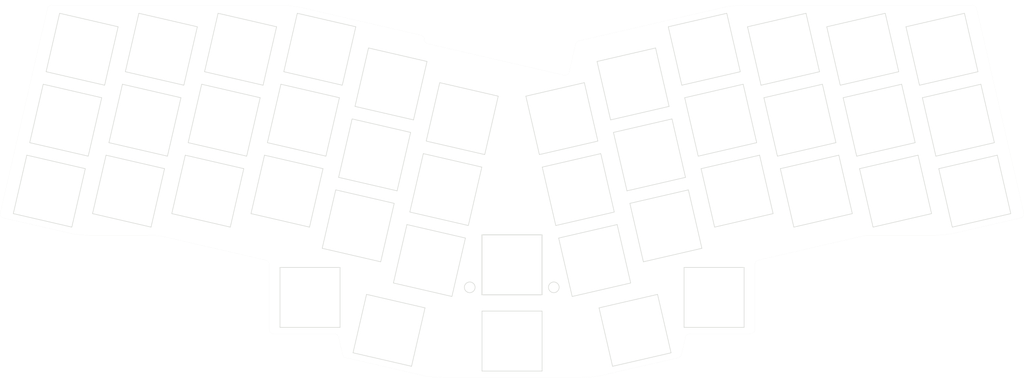
<source format=kicad_pcb>
(kicad_pcb (version 20221018) (generator pcbnew)
  (layers (0 "F.Cu" signal) (31 "B.Cu" signal) (34 "B.Paste" user) (35 "F.Paste" user) (36 "B.SilkS" user "B.Silkscreen") (37 "F.SilkS" user "F.Silkscreen") (38 "B.Mask" user) (39 "F.Mask" user) (44 "Edge.Cuts" user))
  (net 0 "")
  (footprint "kbd:SW_Hole" (layer "F.Cu") (at 96.885963 89.509509 -13)
    (fp_text reference "SW16" hide)
    (fp_text value "SW_PUSH" hide)
    (fp_line (start -7 -7) (end -7 7) (stroke (width 0.12)) (layer "Edge.Cuts"))
    (fp_line (start -7 7) (end 7 7) (stroke (width 0.12)) (layer "Edge.Cuts"))
    (fp_line (start 7 -7) (end -7 -7) (stroke (width 0.12)) (layer "Edge.Cuts"))
    (fp_line (start 7 7) (end 7 -7) (stroke (width 0.12)) (layer "Edge.Cuts"))
  )
  (footprint "kbd:SW_Hole" (layer "F.Cu") (at 78.412484 89.509509 -13)
    (fp_text reference "SW15" hide)
    (fp_text value "SW_PUSH" hide)
    (fp_line (start -7 -7) (end -7 7) (stroke (width 0.12)) (layer "Edge.Cuts"))
    (fp_line (start -7 7) (end 7 7) (stroke (width 0.12)) (layer "Edge.Cuts"))
    (fp_line (start 7 -7) (end -7 -7) (stroke (width 0.12)) (layer "Edge.Cuts"))
    (fp_line (start 7 7) (end 7 -7) (stroke (width 0.12)) (layer "Edge.Cuts"))
  )
  (footprint "kbd:SW_Hole" (layer "F.Cu") (at 59.939012 89.509508 -13)
    (fp_text reference "SW14" hide)
    (fp_text value "SW_PUSH" hide)
    (fp_line (start -7 -7) (end -7 7) (stroke (width 0.12)) (layer "Edge.Cuts"))
    (fp_line (start -7 7) (end 7 7) (stroke (width 0.12)) (layer "Edge.Cuts"))
    (fp_line (start 7 -7) (end -7 -7) (stroke (width 0.12)) (layer "Edge.Cuts"))
    (fp_line (start 7 7) (end 7 -7) (stroke (width 0.12)) (layer "Edge.Cuts"))
  )
  (footprint "kbd:SW_Hole" (layer "F.Cu") (at 41.465539 89.509505 -13)
    (fp_text reference "SW13" hide)
    (fp_text value "SW_PUSH" hide)
    (fp_line (start -7 -7) (end -7 7) (stroke (width 0.12)) (layer "Edge.Cuts"))
    (fp_line (start -7 7) (end 7 7) (stroke (width 0.12)) (layer "Edge.Cuts"))
    (fp_line (start 7 -7) (end -7 -7) (stroke (width 0.12)) (layer "Edge.Cuts"))
    (fp_line (start 7 7) (end 7 -7) (stroke (width 0.12)) (layer "Edge.Cuts"))
  )
  (footprint "kbd:SW_Hole" (layer "F.Cu") (at 253.426736 72.945216 13)
    (fp_text reference "SW30" hide)
    (fp_text value "SW_PUSH" hide)
    (fp_line (start -7 -7) (end -7 7) (stroke (width 0.12)) (layer "Edge.Cuts"))
    (fp_line (start -7 7) (end 7 7) (stroke (width 0.12)) (layer "Edge.Cuts"))
    (fp_line (start 7 -7) (end -7 -7) (stroke (width 0.12)) (layer "Edge.Cuts"))
    (fp_line (start 7 7) (end 7 -7) (stroke (width 0.12)) (layer "Edge.Cuts"))
  )
  (footprint "kbd:SW_Hole" (layer "F.Cu") (at 234.953255 72.945217 13)
    (fp_text reference "SW29" hide)
    (fp_text value "SW_PUSH" hide)
    (fp_line (start -7 -7) (end -7 7) (stroke (width 0.12)) (layer "Edge.Cuts"))
    (fp_line (start -7 7) (end 7 7) (stroke (width 0.12)) (layer "Edge.Cuts"))
    (fp_line (start 7 -7) (end -7 -7) (stroke (width 0.12)) (layer "Edge.Cuts"))
    (fp_line (start 7 7) (end 7 -7) (stroke (width 0.12)) (layer "Edge.Cuts"))
  )
  (footprint "kbd:SW_Hole" (layer "F.Cu") (at 216.479787 72.94521 13)
    (fp_text reference "SW28" hide)
    (fp_text value "SW_PUSH" hide)
    (fp_line (start -7 -7) (end -7 7) (stroke (width 0.12)) (layer "Edge.Cuts"))
    (fp_line (start -7 7) (end 7 7) (stroke (width 0.12)) (layer "Edge.Cuts"))
    (fp_line (start 7 -7) (end -7 -7) (stroke (width 0.12)) (layer "Edge.Cuts"))
    (fp_line (start 7 7) (end 7 -7) (stroke (width 0.12)) (layer "Edge.Cuts"))
  )
  (footprint "kbd:SW_Hole" (layer "F.Cu") (at 181.402463 81.043452 13)
    (fp_text reference "SW26" hide)
    (fp_text value "SW_PUSH" hide)
    (fp_line (start -7 -7) (end -7 7) (stroke (width 0.12)) (layer "Edge.Cuts"))
    (fp_line (start -7 7) (end 7 7) (stroke (width 0.12)) (layer "Edge.Cuts"))
    (fp_line (start 7 -7) (end -7 -7) (stroke (width 0.12)) (layer "Edge.Cuts"))
    (fp_line (start 7 7) (end 7 -7) (stroke (width 0.12)) (layer "Edge.Cuts"))
  )
  (footprint "kbd:SW_Hole" (layer "F.Cu") (at 164.798613 89.141697 13)
    (fp_text reference "SW25" hide)
    (fp_text value "SW_PUSH" hide)
    (fp_line (start -7 -7) (end -7 7) (stroke (width 0.12)) (layer "Edge.Cuts"))
    (fp_line (start -7 7) (end 7 7) (stroke (width 0.12)) (layer "Edge.Cuts"))
    (fp_line (start 7 -7) (end -7 -7) (stroke (width 0.12)) (layer "Edge.Cuts"))
    (fp_line (start 7 7) (end 7 -7) (stroke (width 0.12)) (layer "Edge.Cuts"))
  )
  (footprint "kbd:SW_Hole" (layer "F.Cu") (at 133.917826 89.141687 -13)
    (fp_text reference "SW12" hide)
    (fp_text value "SW_PUSH" hide)
    (fp_line (start -7 -7) (end -7 7) (stroke (width 0.12)) (layer "Edge.Cuts"))
    (fp_line (start -7 7) (end 7 7) (stroke (width 0.12)) (layer "Edge.Cuts"))
    (fp_line (start 7 -7) (end -7 -7) (stroke (width 0.12)) (layer "Edge.Cuts"))
    (fp_line (start 7 7) (end 7 -7) (stroke (width 0.12)) (layer "Edge.Cuts"))
  )
  (footprint "kbd:SW_Hole" (layer "F.Cu") (at 160.974447 72.577404 13)
    (fp_text reference "SW19" hide)
    (fp_text value "SW_PUSH" hide)
    (fp_line (start -7 -7) (end -7 7) (stroke (width 0.12)) (layer "Edge.Cuts"))
    (fp_line (start -7 7) (end 7 7) (stroke (width 0.12)) (layer "Edge.Cuts"))
    (fp_line (start 7 -7) (end -7 -7) (stroke (width 0.12)) (layer "Edge.Cuts"))
    (fp_line (start 7 7) (end 7 -7) (stroke (width 0.12)) (layer "Edge.Cuts"))
  )
  (footprint "kbd:SW_Hole" (layer "F.Cu") (at 198.006306 72.945218 13)
    (fp_text reference "SW27" hide)
    (fp_text value "SW_PUSH" hide)
    (fp_line (start -7 -7) (end -7 7) (stroke (width 0.12)) (layer "Edge.Cuts"))
    (fp_line (start -7 7) (end 7 7) (stroke (width 0.12)) (layer "Edge.Cuts"))
    (fp_line (start 7 -7) (end -7 -7) (stroke (width 0.12)) (layer "Edge.Cuts"))
    (fp_line (start 7 7) (end 7 -7) (stroke (width 0.12)) (layer "Edge.Cuts"))
  )
  (footprint "kbd:SW_Hole" (layer "F.Cu") (at 117.313974 81.043452 -13)
    (fp_text reference "SW11" hide)
    (fp_text value "SW_PUSH" hide)
    (fp_line (start -7 -7) (end -7 7) (stroke (width 0.12)) (layer "Edge.Cuts"))
    (fp_line (start -7 7) (end 7 7) (stroke (width 0.12)) (layer "Edge.Cuts"))
    (fp_line (start 7 -7) (end -7 -7) (stroke (width 0.12)) (layer "Edge.Cuts"))
    (fp_line (start 7 7) (end 7 -7) (stroke (width 0.12)) (layer "Edge.Cuts"))
  )
  (footprint "kbd:SW_Hole" (layer "F.Cu") (at 100.710128 72.945215 -13)
    (fp_text reference "SW10" hide)
    (fp_text value "SW_PUSH" hide)
    (fp_line (start -7 -7) (end -7 7) (stroke (width 0.12)) (layer "Edge.Cuts"))
    (fp_line (start -7 7) (end 7 7) (stroke (width 0.12)) (layer "Edge.Cuts"))
    (fp_line (start 7 -7) (end -7 -7) (stroke (width 0.12)) (layer "Edge.Cuts"))
    (fp_line (start 7 7) (end 7 -7) (stroke (width 0.12)) (layer "Edge.Cuts"))
  )
  (footprint "kbd:SW_Hole" (layer "F.Cu") (at 82.236652 72.945215 -13)
    (fp_text reference "SW9" hide)
    (fp_text value "SW_PUSH" hide)
    (fp_line (start -7 -7) (end -7 7) (stroke (width 0.12)) (layer "Edge.Cuts"))
    (fp_line (start -7 7) (end 7 7) (stroke (width 0.12)) (layer "Edge.Cuts"))
    (fp_line (start 7 -7) (end -7 -7) (stroke (width 0.12)) (layer "Edge.Cuts"))
    (fp_line (start 7 7) (end 7 -7) (stroke (width 0.12)) (layer "Edge.Cuts"))
  )
  (footprint "kbd:SW_Hole" (layer "F.Cu") (at 63.763182 72.945215 -13)
    (fp_text reference "SW8" hide)
    (fp_text value "SW_PUSH" hide)
    (fp_line (start -7 -7) (end -7 7) (stroke (width 0.12)) (layer "Edge.Cuts"))
    (fp_line (start -7 7) (end 7 7) (stroke (width 0.12)) (layer "Edge.Cuts"))
    (fp_line (start 7 -7) (end -7 -7) (stroke (width 0.12)) (layer "Edge.Cuts"))
    (fp_line (start 7 7) (end 7 -7) (stroke (width 0.12)) (layer "Edge.Cuts"))
  )
  (footprint "kbd:SW_Hole" (layer "F.Cu") (at 45.289703 72.945211 -13)
    (fp_text reference "SW7" hide)
    (fp_text value "SW_PUSH" hide)
    (fp_line (start -7 -7) (end -7 7) (stroke (width 0.12)) (layer "Edge.Cuts"))
    (fp_line (start -7 7) (end 7 7) (stroke (width 0.12)) (layer "Edge.Cuts"))
    (fp_line (start 7 -7) (end -7 -7) (stroke (width 0.12)) (layer "Edge.Cuts"))
    (fp_line (start 7 7) (end 7 -7) (stroke (width 0.12)) (layer "Edge.Cuts"))
  )
  (footprint "kbd:SW_Hole" (layer "F.Cu") (at 249.602562 56.380923 13)
    (fp_text reference "SW24" hide)
    (fp_text value "SW_PUSH" hide)
    (fp_line (start -7 -7) (end -7 7) (stroke (width 0.12)) (layer "Edge.Cuts"))
    (fp_line (start -7 7) (end 7 7) (stroke (width 0.12)) (layer "Edge.Cuts"))
    (fp_line (start 7 -7) (end -7 -7) (stroke (width 0.12)) (layer "Edge.Cuts"))
    (fp_line (start 7 7) (end 7 -7) (stroke (width 0.12)) (layer "Edge.Cuts"))
  )
  (footprint "kbd:SW_Hole" (layer "F.Cu") (at 120.676806 122.005403 -13)
    (fp_text reference "SW38" hide)
    (fp_text value "SW_PUSH" hide)
    (fp_line (start -7 -7) (end -7 7) (stroke (width 0.12)) (layer "Edge.Cuts"))
    (fp_line (start -7 7) (end 7 7) (stroke (width 0.12)) (layer "Edge.Cuts"))
    (fp_line (start 7 -7) (end -7 -7) (stroke (width 0.12)) (layer "Edge.Cuts"))
    (fp_line (start 7 7) (end 7 -7) (stroke (width 0.12)) (layer "Edge.Cuts"))
  )
  (footprint "kbd:SW_Hole" (layer "F.Cu") (at 231.12909 56.380927 13)
    (fp_text reference "SW23" hide)
    (fp_text value "SW_PUSH" hide)
    (fp_line (start -7 -7) (end -7 7) (stroke (width 0.12)) (layer "Edge.Cuts"))
    (fp_line (start -7 7) (end 7 7) (stroke (width 0.12)) (layer "Edge.Cuts"))
    (fp_line (start 7 -7) (end -7 -7) (stroke (width 0.12)) (layer "Edge.Cuts"))
    (fp_line (start 7 7) (end 7 -7) (stroke (width 0.12)) (layer "Edge.Cuts"))
  )
  (footprint "kbd:SW_Hole" (layer "F.Cu") (at 49.113879 56.380919 -13)
    (fp_text reference "SW1" hide)
    (fp_text value "SW_PUSH" hide)
    (fp_line (start -7 -7) (end -7 7) (stroke (width 0.12)) (layer "Edge.Cuts"))
    (fp_line (start -7 7) (end 7 7) (stroke (width 0.12)) (layer "Edge.Cuts"))
    (fp_line (start 7 -7) (end -7 -7) (stroke (width 0.12)) (layer "Edge.Cuts"))
    (fp_line (start 7 7) (end 7 -7) (stroke (width 0.12)) (layer "Edge.Cuts"))
  )
  (footprint "kbd:SW_Hole" (layer "F.Cu") (at 121.138147 64.479163 -13)
    (fp_text reference "SW5" hide)
    (fp_text value "SW_PUSH" hide)
    (fp_line (start -7 -7) (end -7 7) (stroke (width 0.12)) (layer "Edge.Cuts"))
    (fp_line (start -7 7) (end 7 7) (stroke (width 0.12)) (layer "Edge.Cuts"))
    (fp_line (start 7 -7) (end -7 -7) (stroke (width 0.12)) (layer "Edge.Cuts"))
    (fp_line (start 7 7) (end 7 -7) (stroke (width 0.12)) (layer "Edge.Cuts"))
  )
  (footprint "kbd:SW_Hole" (layer "F.Cu") (at 104.534293 56.380928 -13)
    (fp_text reference "SW4" hide)
    (fp_text value "SW_PUSH" hide)
    (fp_line (start -7 -7) (end -7 7) (stroke (width 0.12)) (layer "Edge.Cuts"))
    (fp_line (start -7 7) (end 7 7) (stroke (width 0.12)) (layer "Edge.Cuts"))
    (fp_line (start 7 -7) (end -7 -7) (stroke (width 0.12)) (layer "Edge.Cuts"))
    (fp_line (start 7 7) (end 7 -7) (stroke (width 0.12)) (layer "Edge.Cuts"))
  )
  (footprint "kbd:SW_Hole" (layer "F.Cu") (at 177.578294 64.479166 13)
    (fp_text reference "SW20" hide)
    (fp_text value "SW_PUSH" hide)
    (fp_line (start -7 -7) (end -7 7) (stroke (width 0.12)) (layer "Edge.Cuts"))
    (fp_line (start -7 7) (end 7 7) (stroke (width 0.12)) (layer "Edge.Cuts"))
    (fp_line (start 7 -7) (end -7 -7) (stroke (width 0.12)) (layer "Edge.Cuts"))
    (fp_line (start 7 7) (end 7 -7) (stroke (width 0.12)) (layer "Edge.Cuts"))
  )
  (footprint "kbd:SW_Hole" (layer "F.Cu") (at 168.622783 105.70598 13)
    (fp_text reference "SW31" hide)
    (fp_text value "SW_PUSH" hide)
    (fp_line (start -7 -7) (end -7 7) (stroke (width 0.12)) (layer "Edge.Cuts"))
    (fp_line (start -7 7) (end 7 7) (stroke (width 0.12)) (layer "Edge.Cuts"))
    (fp_line (start 7 -7) (end -7 -7) (stroke (width 0.12)) (layer "Edge.Cuts"))
    (fp_line (start 7 7) (end 7 -7) (stroke (width 0.12)) (layer "Edge.Cuts"))
  )
  (footprint "kbd:SW_Hole" (layer "F.Cu") (at 67.587344 56.380932 -13)
    (fp_text reference "SW2" hide)
    (fp_text value "SW_PUSH" hide)
    (fp_line (start -7 -7) (end -7 7) (stroke (width 0.12)) (layer "Edge.Cuts"))
    (fp_line (start -7 7) (end 7 7) (stroke (width 0.12)) (layer "Edge.Cuts"))
    (fp_line (start 7 -7) (end -7 -7) (stroke (width 0.12)) (layer "Edge.Cuts"))
    (fp_line (start 7 7) (end 7 -7) (stroke (width 0.12)) (layer "Edge.Cuts"))
  )
  (footprint "kbd:SW_Hole" (layer "F.Cu") (at 212.655623 56.380927 13)
    (fp_text reference "SW22" hide)
    (fp_text value "SW_PUSH" hide)
    (fp_line (start -7 -7) (end -7 7) (stroke (width 0.12)) (layer "Edge.Cuts"))
    (fp_line (start -7 7) (end 7 7) (stroke (width 0.12)) (layer "Edge.Cuts"))
    (fp_line (start 7 -7) (end -7 -7) (stroke (width 0.12)) (layer "Edge.Cuts"))
    (fp_line (start 7 7) (end 7 -7) (stroke (width 0.12)) (layer "Edge.Cuts"))
  )
  (footprint "kbd:SW_Hole" (layer "F.Cu") (at 194.182144 56.380927 13)
    (fp_text reference "SW21" hide)
    (fp_text value "SW_PUSH" hide)
    (fp_line (start -7 -7) (end -7 7) (stroke (width 0.12)) (layer "Edge.Cuts"))
    (fp_line (start -7 7) (end 7 7) (stroke (width 0.12)) (layer "Edge.Cuts"))
    (fp_line (start 7 -7) (end -7 -7) (stroke (width 0.12)) (layer "Edge.Cuts"))
    (fp_line (start 7 7) (end 7 -7) (stroke (width 0.12)) (layer "Edge.Cuts"))
  )
  (footprint "kbd:SW_Hole" (layer "F.Cu") (at 257.2509 89.509512 13)
    (fp_text reference "SW36" hide)
    (fp_text value "SW_PUSH" hide)
    (fp_line (start -7 -7) (end -7 7) (stroke (width 0.12)) (layer "Edge.Cuts"))
    (fp_line (start -7 7) (end 7 7) (stroke (width 0.12)) (layer "Edge.Cuts"))
    (fp_line (start 7 -7) (end -7 -7) (stroke (width 0.12)) (layer "Edge.Cuts"))
    (fp_line (start 7 7) (end 7 -7) (stroke (width 0.12)) (layer "Edge.Cuts"))
  )
  (footprint "kbd:SW_Hole" (layer "F.Cu") (at 238.777427 89.509508 13)
    (fp_text reference "SW35" hide)
    (fp_text value "SW_PUSH" hide)
    (fp_line (start -7 -7) (end -7 7) (stroke (width 0.12)) (layer "Edge.Cuts"))
    (fp_line (start -7 7) (end 7 7) (stroke (width 0.12)) (layer "Edge.Cuts"))
    (fp_line (start 7 -7) (end -7 -7) (stroke (width 0.12)) (layer "Edge.Cuts"))
    (fp_line (start 7 7) (end 7 -7) (stroke (width 0.12)) (layer "Edge.Cuts"))
  )
  (footprint "kbd:SW_Hole" (layer "F.Cu") (at 220.303953 89.50951 13)
    (fp_text reference "SW34" hide)
    (fp_text value "SW_PUSH" hide)
    (fp_line (start -7 -7) (end -7 7) (stroke (width 0.12)) (layer "Edge.Cuts"))
    (fp_line (start -7 7) (end 7 7) (stroke (width 0.12)) (layer "Edge.Cuts"))
    (fp_line (start 7 -7) (end -7 -7) (stroke (width 0.12)) (layer "Edge.Cuts"))
    (fp_line (start 7 7) (end 7 -7) (stroke (width 0.12)) (layer "Edge.Cuts"))
  )
  (footprint "kbd:SW_Hole" (layer "F.Cu") (at 201.830478 89.509509 13)
    (fp_text reference "SW33" hide)
    (fp_text value "SW_PUSH" hide)
    (fp_line (start -7 -7) (end -7 7) (stroke (width 0.12)) (layer "Edge.Cuts"))
    (fp_line (start -7 7) (end 7 7) (stroke (width 0.12)) (layer "Edge.Cuts"))
    (fp_line (start 7 -7) (end -7 -7) (stroke (width 0.12)) (layer "Edge.Cuts"))
    (fp_line (start 7 7) (end 7 -7) (stroke (width 0.12)) (layer "Edge.Cuts"))
  )
  (footprint "kbd:SW_Hole" (layer "F.Cu") (at 185.226629 97.607741 13)
    (fp_text reference "SW32" hide)
    (fp_text value "SW_PUSH" hide)
    (fp_line (start -7 -7) (end -7 7) (stroke (width 0.12)) (layer "Edge.Cuts"))
    (fp_line (start -7 7) (end 7 7) (stroke (width 0.12)) (layer "Edge.Cuts"))
    (fp_line (start 7 -7) (end -7 -7) (stroke (width 0.12)) (layer "Edge.Cuts"))
    (fp_line (start 7 7) (end 7 -7) (stroke (width 0.12)) (layer "Edge.Cuts"))
  )
  (footprint "kbd:SW_Hole" (layer "F.Cu") (at 130.093657 105.705979 167)
    (fp_text reference "SW18" hide)
    (fp_text value "SW_PUSH" hide)
    (fp_line (start -7 -7) (end -7 7) (stroke (width 0.12)) (layer "Edge.Cuts"))
    (fp_line (start -7 7) (end 7 7) (stroke (width 0.12)) (layer "Edge.Cuts"))
    (fp_line (start 7 -7) (end -7 -7) (stroke (width 0.12)) (layer "Edge.Cuts"))
    (fp_line (start 7 7) (end 7 -7) (stroke (width 0.12)) (layer "Edge.Cuts"))
  )
  (footprint "kbd:SW_Hole" (layer "F.Cu") (at 113.489806 97.607746 -13)
    (fp_text reference "SW17" hide)
    (fp_text value "SW_PUSH" hide)
    (fp_line (start -7 -7) (end -7 7) (stroke (width 0.12)) (layer "Edge.Cuts"))
    (fp_line (start -7 7) (end 7 7) (stroke (width 0.12)) (layer "Edge.Cuts"))
    (fp_line (start 7 -7) (end -7 -7) (stroke (width 0.12)) (layer "Edge.Cuts"))
    (fp_line (start 7 7) (end 7 -7) (stroke (width 0.12)) (layer "Edge.Cuts"))
  )
  (footprint "kbd:SW_Hole" (layer "F.Cu") (at 86.06082 56.380927 -13)
    (fp_text reference "SW3" hide)
    (fp_text value "SW_PUSH" hide)
    (fp_line (start -7 -7) (end -7 7) (stroke (width 0.12)) (layer "Edge.Cuts"))
    (fp_line (start -7 7) (end 7 7) (stroke (width 0.12)) (layer "Edge.Cuts"))
    (fp_line (start 7 -7) (end -7 -7) (stroke (width 0.12)) (layer "Edge.Cuts"))
    (fp_line (start 7 7) (end 7 -7) (stroke (width 0.12)) (layer "Edge.Cuts"))
  )
  (footprint "kbd:SW_Hole" (layer "F.Cu") (at 137.741993 72.577399 -13)
    (fp_text reference "SW6" hide)
    (fp_text value "SW_PUSH" hide)
    (fp_line (start -7 -7) (end -7 7) (stroke (width 0.12)) (layer "Edge.Cuts"))
    (fp_line (start -7 7) (end 7 7) (stroke (width 0.12)) (layer "Edge.Cuts"))
    (fp_line (start 7 -7) (end -7 -7) (stroke (width 0.12)) (layer "Edge.Cuts"))
    (fp_line (start 7 7) (end 7 -7) (stroke (width 0.12)) (layer "Edge.Cuts"))
  )
  (footprint "kbd:SW_Hole" (layer "F.Cu") (at 102.253166 114.31496)
    (fp_text reference "SW37" hide)
    (fp_text value "SW_PUSH" hide)
    (fp_line (start -7 -7) (end -7 7) (stroke (width 0.12)) (layer "Edge.Cuts"))
    (fp_line (start -7 7) (end 7 7) (stroke (width 0.12)) (layer "Edge.Cuts"))
    (fp_line (start 7 -7) (end -7 -7) (stroke (width 0.12)) (layer "Edge.Cuts"))
    (fp_line (start 7 7) (end 7 -7) (stroke (width 0.12)) (layer "Edge.Cuts"))
  )
  (footprint "kbd:SW_Hole" (layer "F.Cu") (at 178.039636 122.005407 13)
    (fp_text reference "SW40" hide)
    (fp_text value "SW_PUSH" hide)
    (fp_line (start -7 -7) (end -7 7) (stroke (width 0.12)) (layer "Edge.Cuts"))
    (fp_line (start -7 7) (end 7 7) (stroke (width 0.12)) (layer "Edge.Cuts"))
    (fp_line (start 7 -7) (end -7 -7) (stroke (width 0.12)) (layer "Edge.Cuts"))
    (fp_line (start 7 7) (end 7 -7) (stroke (width 0.12)) (layer "Edge.Cuts"))
  )
  (footprint "kbd:SW_Hole" (layer "F.Cu") (at 196.463275 114.314959)
    (fp_text reference "SW41" hide)
    (fp_text value "SW_PUSH" hide)
    (fp_line (start -7 -7) (end -7 7) (stroke (width 0.12)) (layer "Edge.Cuts"))
    (fp_line (start -7 7) (end 7 7) (stroke (width 0.12)) (layer "Edge.Cuts"))
    (fp_line (start 7 -7) (end -7 -7) (stroke (width 0.12)) (layer "Edge.Cuts"))
    (fp_line (start 7 7) (end 7 -7) (stroke (width 0.12)) (layer "Edge.Cuts"))
  )
  (footprint "kbd:SW_Hole" (layer "F.Cu") (at 149.358222 124.512687)
    (fp_text reference "SW39" hide)
    (fp_text value "SW_2U_PUSH" hide)
    (fp_line (start -7 -7) (end -7 7) (stroke (width 0.12)) (layer "Edge.Cuts"))
    (fp_line (start -7 7) (end 7 7) (stroke (width 0.12)) (layer "Edge.Cuts"))
    (fp_line (start 7 -7) (end -7 -7) (stroke (width 0.12)) (layer "Edge.Cuts"))
    (fp_line (start 7 7) (end 7 -7) (stroke (width 0.12)) (layer "Edge.Cuts"))
  )
  (footprint "" (layer "F.Cu") (at 211.762222 92.49)
    (fp_text reference "" (at 0 0) (layer "F.SilkS") (effects (font (size 1.27 1.27))))
    (fp_text value "" (at 0 0) (layer "F.SilkS") (effects (font (size 1.27 1.27))))
    (pad "" np_thru_hole circle (at 0 0) (size 2.3 2.3) (drill 2.3) (layers "*.Cu" "*.Mask"))
  )
  (footprint "" (layer "F.Cu") (at 177.352222 103.7)
    (fp_text reference "" (at 0 0) (layer "F.SilkS") (effects (font (size 1.27 1.27))))
    (fp_text value "" (at 0 0) (layer "F.SilkS") (effects (font (size 1.27 1.27))))
    (pad "" np_thru_hole circle (at 0 0) (size 2.3 2.3) (drill 2.3) (layers "*.Cu" "*.Mask"))
  )
  (footprint "holykeebs:M2_HOLE_NPH" (layer "F.Cu") (at 248.542222 91.85)
    (fp_text reference "REF**" hide)
    (fp_text value "M2_HOLE_NPH" hide)
    (pad "" np_thru_hole circle (at 0 0) (size 2.3 2.3) (drill 2.3) (layers "F&B.Cu" "*.Mask"))
  )
  (footprint "holykeebs:M2_HOLE_NPH" (layer "F.Cu") (at 240.972222 59)
    (fp_text reference "REF**" hide)
    (fp_text value "M2_HOLE_NPH" hide)
    (pad "" np_thru_hole circle (at 0 0) (size 2.3 2.3) (drill 2.3) (layers "F&B.Cu" "*.Mask"))
  )
  (footprint "" (layer "F.Cu") (at 169.992222 71.62)
    (fp_text reference "" (at 0 0) (layer "F.SilkS") (effects (font (size 1.27 1.27))))
    (fp_text value "" (at 0 0) (layer "F.SilkS") (effects (font (size 1.27 1.27))))
    (pad "" np_thru_hole circle (at 0 0) (size 2.3 2.3) (drill 2.3) (layers "*.Cu" "*.Mask"))
  )
  (footprint "holykeebs:M2_HOLE_NPH" (layer "F.Cu") (at 165.632222 129.54)
    (fp_text reference "REF**" hide)
    (fp_text value "M2_HOLE_NPH" hide)
    (pad "" np_thru_hole circle (at 0 0) (size 2.3 2.3) (drill 2.3) (layers "F&B.Cu" "*.Mask"))
  )
  (footprint "pimoroni:pim447" (layer "F.Cu") (at 154.434222 93.714219 180)
    (fp_text reference "U2" hide)
    (fp_text value "~" hide)
    (fp_line (start -1.91 -20) (end 12.09 -20) (stroke (width 0.15)) (layer "Edge.Cuts"))
    (fp_line (start -1.91 -6) (end -1.91 -20) (stroke (width 0.15)) (layer "Edge.Cuts"))
    (fp_line (start 12.09 -20) (end 12.09 -6) (stroke (width 0.15)) (layer "Edge.Cuts"))
    (fp_line (start 12.09 -6) (end -1.91 -6) (stroke (width 0.15)) (layer "Edge.Cuts"))
    (fp_circle (center -4.66 -18.25) (end -3.41 -18.25) (stroke (width 0.12)) (fill none) (layer "Edge.Cuts"))
    (fp_circle (center 14.94 -18.25) (end 16.19 -18.25) (stroke (width 0.12)) (fill none) (layer "Edge.Cuts"))
  )
  (footprint "" (layer "F.Cu") (at 204.072222 59.13)
    (fp_text reference "" (at 0 0) (layer "F.SilkS") (effects (font (size 1.27 1.27))))
    (fp_text value "" (at 0 0) (layer "F.SilkS") (effects (font (size 1.27 1.27))))
    (pad "" np_thru_hole circle (at 0 0) (size 2.3 2.3) (drill 2.3) (layers "*.Cu" "*.Mask"))
  )
  (footprint "holykeebs:M2_HOLE_NPH" (layer "B.Cu") (at 133.084204 129.54 180)
    (fp_text reference "REF**" hide)
    (fp_text value "M2_HOLE_NPH" hide)
    (pad "" np_thru_hole circle (at 0 0 180) (size 2.3 2.3) (drill 2.3) (layers "*.Cu" "*.Mask"))
  )
  (footprint "" (layer "B.Cu") (at 121.364204 103.7 180)
    (fp_text reference "" (at 0 0) (layer "B.SilkS") (effects (font (size 1.27 1.27)) (justify mirror)))
    (fp_text value "" (at 0 0) (layer "B.SilkS") (effects (font (size 1.27 1.27)) (justify mirror)))
    (pad "" np_thru_hole circle (at 0 0 180) (size 2.3 2.3) (drill 2.3) (layers "*.Cu" "*.Mask"))
  )
  (footprint "holykeebs:M2_HOLE_NPH" (layer "B.Cu") (at 50.174204 91.85 180)
    (fp_text reference "REF**" hide)
    (fp_text value "M2_HOLE_NPH" hide)
    (pad "" np_thru_hole circle (at 0 0 180) (size 2.3 2.3) (drill 2.3) (layers "*.Cu" "*.Mask"))
  )
  (footprint "" (layer "B.Cu") (at 94.644204 59.13 180)
    (fp_text reference "" (at 0 0) (layer "B.SilkS") (effects (font (size 1.27 1.27)) (justify mirror)))
    (fp_text value "" (at 0 0) (layer "B.SilkS") (effects (font (size 1.27 1.27)) (justify mirror)))
    (pad "" np_thru_hole circle (at 0 0 180) (size 2.3 2.3) (drill 2.3) (layers "*.Cu" "*.Mask"))
  )
  (footprint "holykeebs:M2_HOLE_NPH" (layer "B.Cu") (at 57.744204 59 180)
    (fp_text reference "REF**" hide)
    (fp_text value "M2_HOLE_NPH" hide)
    (pad "" np_thru_hole circle (at 0 0 180) (size 2.3 2.3) (drill 2.3) (layers "*.Cu" "*.Mask"))
  )
  (footprint "" (layer "B.Cu") (at 86.954204 92.49 180)
    (fp_text reference "" (at 0 0) (layer "B.SilkS") (effects (font (size 1.27 1.27)) (justify mirror)))
    (fp_text value "" (at 0 0) (layer "B.SilkS") (effects (font (size 1.27 1.27)) (justify mirror)))
    (pad "" np_thru_hole circle (at 0 0 180) (size 2.3 2.3) (drill 2.3) (layers "*.Cu" "*.Mask"))
  )
  (footprint "" (layer "B.Cu") (at 128.724204 71.62 180)
    (fp_text reference "" (at 0 0) (layer "B.SilkS") (effects (font (size 1.27 1.27)) (justify mirror)))
    (fp_text value "" (at 0 0) (layer "B.SilkS") (effects (font (size 1.27 1.27)) (justify mirror)))
    (pad "" np_thru_hole circle (at 0 0 180) (size 2.3 2.3) (drill 2.3) (layers "*.Cu" "*.Mask"))
  )
  (gr_line (start 92.591831 106.059631) (end 92.472501 105.909612) (stroke (width 0.01)) (layer "Edge.Cuts"))
  (gr_line (start 41.481113 46.235548) (end 41.651145 46.147035) (stroke (width 0.01)) (layer "Edge.Cuts"))
  (gr_line (start 109.854818 127.654136) (end 108.916541 123.590008) (stroke (width 0.01)) (layer "Edge.Cuts"))
  (gr_line (start 41.2066 46.500642) (end 41.331093 46.354879) (stroke (width 0.01)) (layer "Edge.Cuts"))
  (gr_line (start 188.288687 128.345158) (end 188.112187 128.403555) (stroke (width 0.01)) (layer "Edge.Cuts"))
  (gr_line (start 256.881485 46.092585) (end 257.065289 46.147023) (stroke (width 0.01)) (layer "Edge.Cuts"))
  (gr_line (start 92.92169 122.370529) (end 92.82928 122.197643) (stroke (width 0.01)) (layer "Edge.Cuts"))
  (gr_line (start 93.19759 122.646429) (end 93.046053 122.522066) (stroke (width 0.01)) (layer "Edge.Cuts"))
  (gr_line (start 162.683396 61.681791) (end 164.189513 55.158082) (stroke (width 0.01)) (layer "Edge.Cuts"))
  (gr_line (start 268.64249 95.147018) (end 268.555405 95.322648) (stroke (width 0.01)) (layer "Edge.Cuts"))
  (gr_line (start 30.034697 94.567771) (end 41.051382 46.849267) (stroke (width 0.01)) (layer "Edge.Cuts"))
  (gr_line (start 188.803178 127.830631) (end 188.713076 127.993252) (stroke (width 0.01)) (layer "Edge.Cuts"))
  (gr_line (start 95.39833 46.074219) (end 96.30559 46.094807) (stroke (width 0.01)) (layer "Edge.Cuts"))
  (gr_line (start 190.079582 123.095607) (end 189.955087 123.241373) (stroke (width 0.01)) (layer "Edge.Cuts"))
  (gr_line (start 107.94217 122.814958) (end 93.75316 122.814959) (stroke (width 0.01)) (layer "Edge.Cuts"))
  (gr_line (start 46.102468 99.303612) (end 30.784116 95.767092) (stroke (width 0.01)) (layer "Edge.Cuts"))
  (gr_line (start 188.451302 128.255044) (end 188.288687 128.345158) (stroke (width 0.01)) (layer "Edge.Cuts"))
  (gr_line (start 268.118081 95.704506) (end 267.932308 95.767092) (stroke (width 0.01)) (layer "Edge.Cuts"))
  (gr_line (start 205.963264 121.814959) (end 205.94401 122.010034) (stroke (width 0.01)) (layer "Edge.Cuts"))
  (gr_line (start 203.318094 46.074219) (end 256.690672 46.074219) (stroke (width 0.01)) (layer "Edge.Cuts"))
  (gr_line (start 205.94401 122.010034) (end 205.88708 122.197607) (stroke (width 0.01)) (layer "Edge.Cuts"))
  (gr_line (start 128.34827 132.500088) (end 110.604237 128.403555) (stroke (width 0.01)) (layer "Edge.Cuts"))
  (gr_line (start 257.065289 46.147023) (end 257.235328 46.235533) (stroke (width 0.01)) (layer "Edge.Cuts"))
  (gr_line (start 93.046053 122.522066) (end 92.92169 122.370529) (stroke (width 0.01)) (layer "Edge.Cuts"))
  (gr_line (start 92.326737 105.785118) (end 92.159897 105.690725) (stroke (width 0.01)) (layer "Edge.Cuts"))
  (gr_line (start 30.161019 95.322641) (end 30.073932 95.147013) (stroke (width 0.01)) (layer "Edge.Cuts"))
  (gr_line (start 268.288064 95.606853) (end 268.118081 95.704506) (stroke (width 0.01)) (layer "Edge.Cuts"))
  (gr_line (start 30.428364 95.606837) (end 30.280696 95.477905) (stroke (width 0.01)) (layer "Edge.Cuts"))
  (gr_line (start 257.665042 46.849267) (end 268.681727 94.567771) (stroke (width 0.01)) (layer "Edge.Cuts"))
  (gr_line (start 110.604237 128.403555) (end 110.427773 128.345081) (stroke (width 0.01)) (layer "Edge.Cuts"))
  (gr_line (start 110.122081 128.136292) (end 110.003417 127.993192) (stroke (width 0.01)) (layer "Edge.Cuts"))
  (gr_line (start 108.48681 122.976288) (end 108.316777 122.887774) (stroke (width 0.01)) (layer "Edge.Cuts"))
  (gr_line (start 249.022193 99.795617) (end 248.114934 99.816211) (stroke (width 0.01)) (layer "Edge.Cuts"))
  (gr_line (start 267.932308 95.767092) (end 252.613956 99.303612) (stroke (width 0.01)) (layer "Edge.Cuts"))
  (gr_arc (start 164.189513 55.158082) (mid 164.456777 54.675927) (end 164.938932 54.408663) (stroke (width 0.01)) (layer "Edge.Cuts"))
  (gr_line (start 110.427773 128.345081) (end 110.265181 128.254956) (stroke (width 0.01)) (layer "Edge.Cuts"))
  (gr_line (start 198.819073 46.586817) (end 199.70771 46.402785) (stroke (width 0.01)) (layer "Edge.Cuts"))
  (gr_line (start 190.774254 122.814959) (end 190.583442 122.833325) (stroke (width 0.01)) (layer "Edge.Cuts"))
  (gr_line (start 190.583442 122.833325) (end 190.39964 122.887764) (stroke (width 0.01)) (layer "Edge.Cuts"))
  (gr_line (start 92.75316 121.814959) (end 92.75316 106.604271) (stroke (width 0.01)) (layer "Edge.Cuts"))
  (gr_line (start 166.776393 132.992098) (end 165.869133 133.012687) (stroke (width 0.01)) (layer "Edge.Cuts"))
  (gr_line (start 69.01656 100.328809) (end 68.127922 100.144781) (stroke (width 0.01)) (layer "Edge.Cuts"))
  (gr_line (start 165.869133 133.012687) (end 132.847291 133.012687) (stroke (width 0.01)) (layer "Edge.Cuts"))
  (gr_line (start 99.897351 46.586817) (end 128.155731 53.110779) (stroke (width 0.01)) (layer "Edge.Cuts"))
  (gr_line (start 189.955087 123.241373) (end 189.860695 123.408216) (stroke (width 0.01)) (layer "Edge.Cuts"))
  (gr_line (start 108.132979 122.833331) (end 107.94217 122.814958) (stroke (width 0.01)) (layer "Edge.Cuts"))
  (gr_line (start 130.13298 132.827644) (end 129.236908 132.684116) (stroke (width 0.01)) (layer "Edge.Cuts"))
  (gr_line (start 251.725316 99.487636) (end 250.829245 99.631161) (stroke (width 0.01)) (layer "Edge.Cuts"))
  (gr_line (start 268.69364 94.957773) (end 268.64249 95.147018) (stroke (width 0.01)) (layer "Edge.Cuts"))
  (gr_line (start 257.385354 46.354863) (end 257.509853 46.500627) (stroke (width 0.01)) (layer "Edge.Cuts"))
  (gr_line (start 231.920173 99.816211) (end 206.738313 105.629901) (stroke (width 0.01)) (layer "Edge.Cuts"))
  (gr_line (start 189.860695 123.408216) (end 189.799884 123.590008) (stroke (width 0.01)) (layer "Edge.Cuts"))
  (gr_line (start 42.025752 46.074219) (end 95.39833 46.074219) (stroke (width 0.01)) (layer "Edge.Cuts"))
  (gr_line (start 188.112187 128.403555) (end 170.368154 132.500088) (stroke (width 0.01)) (layer "Edge.Cuts"))
  (gr_line (start 257.235328 46.235533) (end 257.385354 46.354863) (stroke (width 0.01)) (layer "Edge.Cuts"))
  (gr_line (start 131.940031 132.992098) (end 131.034639 132.930375) (stroke (width 0.01)) (layer "Edge.Cuts"))
  (gr_line (start 202.410834 46.094801) (end 203.318094 46.074219) (stroke (width 0.01)) (layer "Edge.Cuts"))
  (gr_line (start 206.1246 106.059639) (end 206.036084 106.229669) (stroke (width 0.01)) (layer "Edge.Cuts"))
  (gr_line (start 249.927585 99.733892) (end 249.022193 99.795617) (stroke (width 0.01)) (layer "Edge.Cuts"))
  (gr_line (start 257.604252 46.667469) (end 257.665042 46.849267) (stroke (width 0.01)) (layer "Edge.Cuts"))
  (gr_line (start 48.788837 99.733899) (end 47.887178 99.631168) (stroke (width 0.01)) (layer "Edge.Cuts"))
  (gr_line (start 92.680345 106.229664) (end 92.591831 106.059631) (stroke (width 0.01)) (layer "Edge.Cuts"))
  (gr_line (start 93.55807 122.795744) (end 93.370476 122.738839) (stroke (width 0.01)) (layer "Edge.Cuts"))
  (gr_line (start 30.009533 94.762184) (end 30.034697 94.567771) (stroke (width 0.01)) (layer "Edge.Cuts"))
  (gr_line (start 168.583444 132.827643) (end 167.681784 132.930374) (stroke (width 0.01)) (layer "Edge.Cuts"))
  (gr_line (start 206.55653 105.690731) (end 206.389693 105.785127) (stroke (width 0.01)) (layer "Edge.Cuts"))
  (gr_line (start 50.60149 99.816211) (end 49.694229 99.795622) (stroke (width 0.01)) (layer "Edge.Cuts"))
  (gr_line (start 169.479516 132.684116) (end 168.583444 132.827643) (stroke (width 0.01)) (layer "Edge.Cuts"))
  (gr_line (start 108.636829 123.095619) (end 108.48681 122.976288) (stroke (width 0.01)) (layer "Edge.Cuts"))
  (gr_line (start 30.022781 94.95777) (end 30.009533 94.762184) (stroke (width 0.01)) (layer "Edge.Cuts"))
  (gr_line (start 204.963264 122.814959) (end 190.774254 122.814959) (stroke (width 0.01)) (layer "Edge.Cuts"))
  (gr_line (start 108.855716 123.408222) (end 108.761323 123.241382) (stroke (width 0.01)) (layer "Edge.Cuts"))
  (gr_line (start 41.331093 46.354879) (end 41.481113 46.235548) (stroke (width 0.01)) (layer "Edge.Cuts"))
  (gr_line (start 256.690672 46.074219) (end 256.881485 46.092585) (stroke (width 0.01)) (layer "Edge.Cuts"))
  (gr_arc (start 129.705522 55.094553) (mid 129.142415 54.73584) (end 128.930626 54.102666) (stroke (width 0.01)) (layer "Edge.Cuts"))
  (gr_line (start 205.158338 122.795714) (end 204.963264 122.814959) (stroke (width 0.01)) (layer "Edge.Cuts"))
  (gr_line (start 64.517539 99.81621) (end 50.60149 99.816211) (stroke (width 0.01)) (layer "Edge.Cuts"))
  (gr_line (start 46.991106 99.48764) (end 46.102468 99.303612) (stroke (width 0.01)) (layer "Edge.Cuts"))
  (gr_line (start 110.003417 127.993192) (end 109.913292 127.8306) (stroke (width 0.01)) (layer "Edge.Cuts"))
  (gr_line (start 99.008713 46.402789) (end 99.897351 46.586817) (stroke (width 0.01)) (layer "Edge.Cuts"))
  (gr_line (start 30.073932 95.147013) (end 30.022781 94.95777) (stroke (width 0.01)) (layer "Edge.Cuts"))
  (gr_line (start 66.330191 99.898522) (end 65.424799 99.836799) (stroke (width 0.01)) (layer "Edge.Cuts"))
  (gr_line (start 199.70771 46.402785) (end 200.603782 46.259255) (stroke (width 0.01)) (layer "Edge.Cuts"))
  (gr_line (start 30.280696 95.477905) (end 30.161019 95.322641) (stroke (width 0.01)) (layer "Edge.Cuts"))
  (gr_line (start 129.705522 55.094553) (end 161.484074 62.43121) (stroke (width 0.01)) (layer "Edge.Cuts"))
  (gr_line (start 188.861606 127.654136) (end 188.803178 127.830631) (stroke (width 0.01)) (layer "Edge.Cuts"))
  (gr_line (start 205.981635 106.413464) (end 205.963264 106.604271) (stroke (width 0.01)) (layer "Edge.Cuts"))
  (gr_line (start 164.938932 54.408663) (end 198.819073 46.586817) (stroke (width 0.01)) (layer "Edge.Cuts"))
  (gr_line (start 268.435729 95.477915) (end 268.288064 95.606853) (stroke (width 0.01)) (layer "Edge.Cuts"))
  (gr_line (start 190.229604 122.976276) (end 190.079582 123.095607) (stroke (width 0.01)) (layer "Edge.Cuts"))
  (gr_line (start 108.316777 122.887774) (end 108.132979 122.833331) (stroke (width 0.01)) (layer "Edge.Cuts"))
  (gr_line (start 108.761323 123.241382) (end 108.636829 123.095619) (stroke (width 0.01)) (layer "Edge.Cuts"))
  (gr_line (start 41.651145 46.147035) (end 41.834943 46.092592) (stroke (width 0.01)) (layer "Edge.Cuts"))
  (gr_line (start 30.598348 95.704484) (end 30.428364 95.606837) (stroke (width 0.01)) (layer "Edge.Cuts"))
  (gr_line (start 92.772375 122.010049) (end 92.75316 121.814959) (stroke (width 0.01)) (layer "Edge.Cuts"))
  (gr_line (start 205.88708 122.197607) (end 205.79466 122.370475) (stroke (width 0.01)) (layer "Edge.Cuts"))
  (gr_line (start 205.670301 122.522) (end 205.518778 122.646361) (stroke (width 0.01)) (layer "Edge.Cuts"))
  (gr_line (start 110.265181 128.254956) (end 110.122081 128.136292) (stroke (width 0.01)) (layer "Edge.Cuts"))
  (gr_line (start 205.345911 122.738782) (end 205.158338 122.795714) (stroke (width 0.01)) (layer "Edge.Cuts"))
  (gr_line (start 206.243931 105.909621) (end 206.1246 106.059639) (stroke (width 0.01)) (layer "Edge.Cuts"))
  (gr_line (start 98.112641 46.259261) (end 99.008713 46.402789) (stroke (width 0.01)) (layer "Edge.Cuts"))
  (gr_line (start 206.738313 105.629901) (end 206.55653 105.690731) (stroke (width 0.01)) (layer "Edge.Cuts"))
  (gr_line (start 49.694229 99.795622) (end 48.788837 99.733899) (stroke (width 0.01)) (layer "Edge.Cuts"))
  (gr_line (start 188.594415 128.136373) (end 188.451302 128.255044) (stroke (width 0.01)) (layer "Edge.Cuts"))
  (gr_line (start 170.368154 132.500088) (end 169.479516 132.684116) (stroke (width 0.01)) (layer "Edge.Cuts"))
  (gr_line (start 92.472501 105.909612) (end 92.326737 105.785118) (stroke (width 0.01)) (layer "Edge.Cuts"))
  (gr_line (start 65.424799 99.836799) (end 64.517539 99.81621) (stroke (width 0.01)) (layer "Edge.Cuts"))
  (gr_arc (start 128.155731 53.110779) (mid 128.718834 53.469495) (end 128.930626 54.102666) (stroke (width 0.01)) (layer "Edge.Cuts"))
  (gr_line (start 201.505442 46.156523) (end 202.410834 46.094801) (stroke (width 0.01)) (layer "Edge.Cuts"))
  (gr_line (start 206.389693 105.785127) (end 206.243931 105.909621) (stroke (width 0.01)) (layer "Edge.Cuts"))
  (gr_line (start 92.734788 106.413462) (end 92.680345 106.229664) (stroke (width 0.01)) (layer "Edge.Cuts"))
  (gr_line (start 131.034639 132.930375) (end 130.13298 132.827644) (stroke (width 0.01)) (layer "Edge.Cuts"))
  (gr_line (start 205.518778 122.646361) (end 205.345911 122.738782) (stroke (width 0.01)) (layer "Edge.Cuts"))
  (gr_line (start 92.82928 122.197643) (end 92.772375 122.010049) (stroke (width 0.01)) (layer "Edge.Cuts"))
  (gr_line (start 41.834943 46.092592) (end 42.025752 46.074219) (stroke (width 0.01)) (layer "Edge.Cuts"))
  (gr_line (start 92.159897 105.690725) (end 91.978111 105.629901) (stroke (width 0.01)) (layer "Edge.Cuts"))
  (gr_line (start 205.963264 106.604271) (end 205.963264 121.814959) (stroke (width 0.01)) (layer "Edge.Cuts"))
  (gr_line (start 205.79466 122.370475) (end 205.670301 122.522) (stroke (width 0.01)) (layer "Edge.Cuts"))
  (gr_line (start 129.236908 132.684116) (end 128.34827 132.500088) (stroke (width 0.01)) (layer "Edge.Cuts"))
  (gr_line (start 92.75316 106.604271) (end 92.734788 106.413462) (stroke (width 0.01)) (layer "Edge.Cuts"))
  (gr_line (start 93.75316 122.814959) (end 93.55807 122.795744) (stroke (width 0.01)) (layer "Edge.Cuts"))
  (gr_line (start 188.713076 127.993252) (end 188.594415 128.136373) (stroke (width 0.01)) (layer "Edge.Cuts"))
  (gr_line (start 93.370476 122.738839) (end 93.19759 122.646429) (stroke (width 0.01)) (layer "Edge.Cuts"))
  (gr_line (start 268.706889 94.762185) (end 268.69364 94.957773) (stroke (width 0.01)) (layer "Edge.Cuts"))
  (gr_line (start 252.613956 99.303612) (end 251.725316 99.487636) (stroke (width 0.01)) (layer "Edge.Cuts"))
  (gr_line (start 190.39964 122.887764) (end 190.229604 122.976276) (stroke (width 0.01)) (layer "Edge.Cuts"))
  (gr_line (start 47.887178 99.631168) (end 46.991106 99.48764) (stroke (width 0.01)) (layer "Edge.Cuts"))
  (gr_line (start 30.784116 95.767092) (end 30.598348 95.704484) (stroke (width 0.01)) (layer "Edge.Cuts"))
  (gr_line (start 108.916541 123.590008) (end 108.855716 123.408222) (stroke (width 0.01)) (layer "Edge.Cuts"))
  (gr_line (start 67.23185 100.001253) (end 66.330191 99.898522) (stroke (width 0.01)) (layer "Edge.Cuts"))
  (gr_line (start 109.913292 127.8306) (end 109.854818 127.654136) (stroke (width 0.01)) (layer "Edge.Cuts"))
  (gr_line (start 250.829245 99.631161) (end 249.927585 99.733892) (stroke (width 0.01)) (layer "Edge.Cuts"))
  (gr_line (start 68.127922 100.144781) (end 67.23185 100.001253) (stroke (width 0.01)) (layer "Edge.Cuts"))
  (gr_line (start 41.112206 46.667482) (end 41.2066 46.500642) (stroke (width 0.01)) (layer "Edge.Cuts"))
  (gr_line (start 41.051382 46.849267) (end 41.112206 46.667482) (stroke (width 0.01)) (layer "Edge.Cuts"))
  (gr_line (start 189.799884 123.590008) (end 188.861606 127.654136) (stroke (width 0.01)) (layer "Edge.Cuts"))
  (gr_line (start 268.555405 95.322648) (end 268.435729 95.477915) (stroke (width 0.01)) (layer "Edge.Cuts"))
  (gr_line (start 248.114934 99.816211) (end 231.920173 99.816211) (stroke (width 0.01)) (layer "Edge.Cuts"))
  (gr_line (start 96.30559 46.094807) (end 97.210982 46.15653) (stroke (width 0.01)) (layer "Edge.Cuts"))
  (gr_line (start 97.210982 46.15653) (end 98.112641 46.259261) (stroke (width 0.01)) (layer "Edge.Cuts"))
  (gr_line (start 132.847291 133.012687) (end 131.940031 132.992098) (stroke (width 0.01)) (layer "Edge.Cuts"))
  (gr_arc (start 162.683396 61.681791) (mid 162.238938 62.304877) (end 161.484074 62.43121) (stroke (width 0.01)) (layer "Edge.Cuts"))
  (gr_line (start 200.603782 46.259255) (end 201.505442 46.156523) (stroke (width 0.01)) (layer "Edge.Cuts"))
  (gr_line (start 206.036084 106.229669) (end 205.981635 106.413464) (stroke (width 0.01)) (layer "Edge.Cuts"))
  (gr_line (start 257.509853 46.500627) (end 257.604252 46.667469) (stroke (width 0.01)) (layer "Edge.Cuts"))
  (gr_line (start 167.681784 132.930374) (end 166.776393 132.992098) (stroke (width 0.01)) (layer "Edge.Cuts"))
  (gr_line (start 91.978111 105.629901) (end 69.01656 100.328809) (stroke (width 0.01)) (layer "Edge.Cuts"))
  (gr_line (start 268.681727 94.567771) (end 268.706889 94.762185) (stroke (width 0.01)) (layer "Edge.Cuts"))
)
</source>
